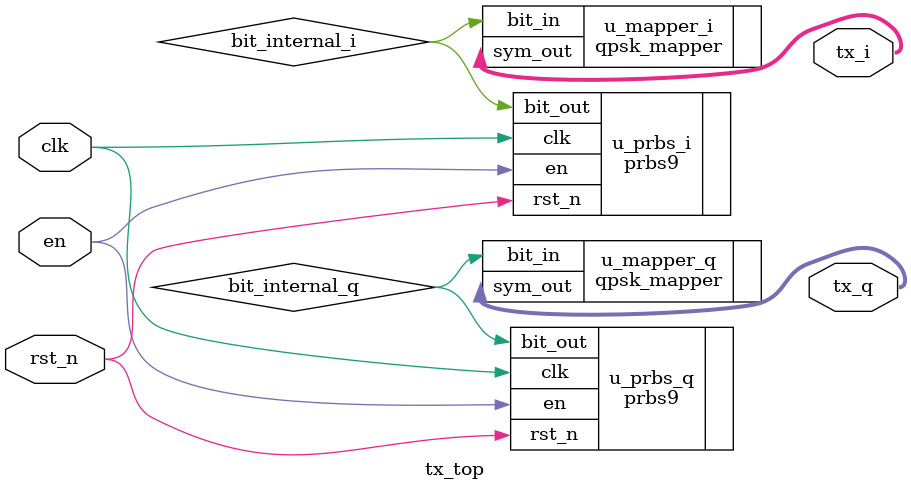
<source format=v>
 `timescale 1ns / 1ps

module tx_top #(
    parameter DATA_WIDTH = 20 // <--- CAMBIO A 20 BITS
)(
    input  wire       clk,
    input  wire       rst_n,
    input  wire       en,
    output wire signed [DATA_WIDTH-1:0] tx_i,
    output wire signed [DATA_WIDTH-1:0] tx_q
);
    // --- Configuración de Semillas (Según tu requerimiento) ---
    localparam [8:0] SEED_I = 9'h1AA;
    localparam [8:0] SEED_Q = 9'h1FE;

    // --- Cables internos para conectar PRBS con Mapper ---
    wire bit_internal_i;
    wire bit_internal_q;

    // ============================================================
    // RAMA I (IN-PHASE)
    // ============================================================
    
    // 1. Generador PRBS para I
    prbs9 #(
        .SEED(SEED_I)
    ) u_prbs_i (
        .clk(clk),
        .rst_n(rst_n),
        .en(en),
        .bit_out(bit_internal_i)
    );

    // 2. Mapper para I
    qpsk_mapper #(
        .WIDTH(DATA_WIDTH)
    ) u_mapper_i (
        .bit_in(bit_internal_i),
        .sym_out(tx_i)
    );

    // ============================================================
    // RAMA Q (QUADRATURE)
    // ============================================================

    // 1. Generador PRBS para Q
    prbs9 #(
        .SEED(SEED_Q)
    ) u_prbs_q (
        .clk(clk),
        .rst_n(rst_n),
        .en(en),
        .bit_out(bit_internal_q)
    );

    // 2. Mapper para Q
    qpsk_mapper #(
        .WIDTH(DATA_WIDTH)
    ) u_mapper_q (
        .bit_in(bit_internal_q),
        .sym_out(tx_q)
    );

endmodule
</source>
